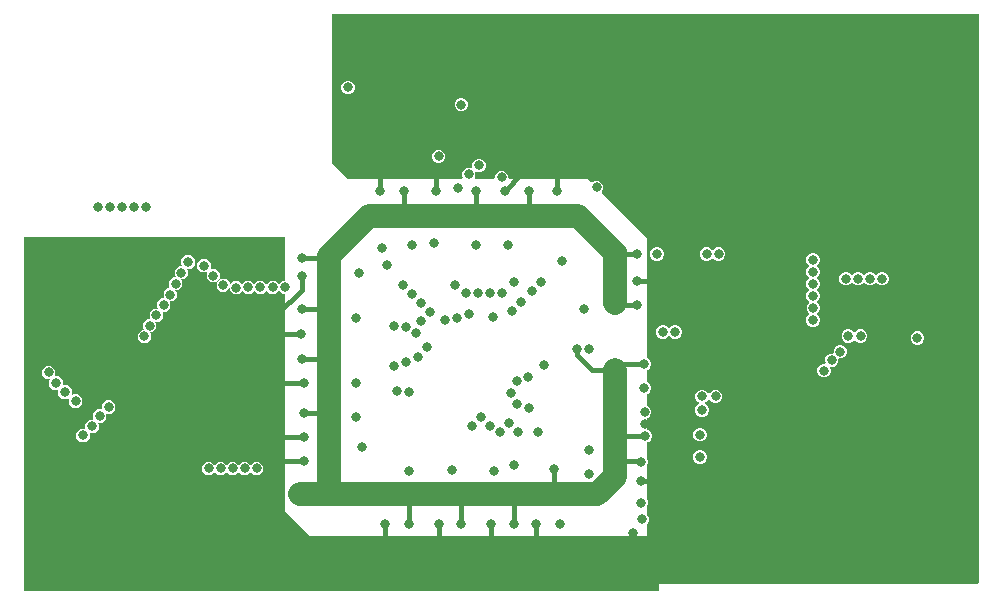
<source format=gbr>
G04 EAGLE Gerber RS-274X export*
G75*
%MOMM*%
%FSLAX34Y34*%
%LPD*%
%INCopper Layer 2*%
%IPPOS*%
%AMOC8*
5,1,8,0,0,1.08239X$1,22.5*%
G01*
%ADD10C,0.812800*%
%ADD11C,0.406400*%
%ADD12C,1.524000*%
%ADD13C,0.203200*%
%ADD14C,2.032000*%

G36*
X648686Y310644D02*
X648686Y310644D01*
X648688Y310643D01*
X649553Y310669D01*
X649573Y310662D01*
X649597Y310645D01*
X649609Y310648D01*
X649622Y310643D01*
X935990Y310643D01*
X935992Y310644D01*
X935994Y310643D01*
X936037Y310663D01*
X936081Y310681D01*
X936081Y310683D01*
X936083Y310684D01*
X936116Y310769D01*
X936116Y316485D01*
X1206350Y316485D01*
X1206408Y316493D01*
X1206466Y316491D01*
X1206548Y316513D01*
X1206632Y316525D01*
X1206685Y316549D01*
X1206741Y316563D01*
X1206814Y316606D01*
X1206891Y316641D01*
X1206936Y316679D01*
X1206986Y316709D01*
X1207044Y316770D01*
X1207108Y316825D01*
X1207140Y316873D01*
X1207180Y316916D01*
X1207219Y316991D01*
X1207266Y317061D01*
X1207283Y317117D01*
X1207310Y317169D01*
X1207321Y317237D01*
X1207351Y317332D01*
X1207354Y317432D01*
X1207365Y317500D01*
X1207365Y797942D01*
X1207357Y798000D01*
X1207359Y798058D01*
X1207337Y798140D01*
X1207325Y798224D01*
X1207302Y798277D01*
X1207287Y798333D01*
X1207244Y798406D01*
X1207209Y798483D01*
X1207171Y798528D01*
X1207142Y798578D01*
X1207080Y798636D01*
X1207026Y798700D01*
X1206977Y798732D01*
X1206934Y798772D01*
X1206859Y798811D01*
X1206789Y798858D01*
X1206733Y798875D01*
X1206681Y798902D01*
X1206613Y798913D01*
X1206518Y798943D01*
X1206418Y798946D01*
X1206350Y798957D01*
X660400Y798957D01*
X660342Y798949D01*
X660284Y798951D01*
X660202Y798929D01*
X660119Y798917D01*
X660065Y798894D01*
X660009Y798879D01*
X659936Y798836D01*
X659859Y798801D01*
X659814Y798763D01*
X659764Y798734D01*
X659706Y798672D01*
X659642Y798618D01*
X659610Y798569D01*
X659570Y798526D01*
X659531Y798451D01*
X659485Y798381D01*
X659467Y798325D01*
X659440Y798273D01*
X659429Y798205D01*
X659399Y798110D01*
X659396Y798010D01*
X659385Y797942D01*
X659385Y673100D01*
X659397Y673013D01*
X659400Y672926D01*
X659417Y672873D01*
X659425Y672819D01*
X659460Y672739D01*
X659487Y672655D01*
X659515Y672616D01*
X659541Y672559D01*
X659637Y672446D01*
X659682Y672382D01*
X672382Y659682D01*
X672452Y659630D01*
X672516Y659570D01*
X672565Y659544D01*
X672609Y659511D01*
X672691Y659480D01*
X672769Y659440D01*
X672817Y659432D01*
X672875Y659410D01*
X673023Y659398D01*
X673100Y659385D01*
X769004Y659385D01*
X769118Y659401D01*
X769232Y659411D01*
X769258Y659421D01*
X769286Y659425D01*
X769390Y659472D01*
X769497Y659513D01*
X769520Y659530D01*
X769545Y659541D01*
X769633Y659615D01*
X769724Y659684D01*
X769741Y659707D01*
X769762Y659725D01*
X769826Y659820D01*
X769894Y659912D01*
X769904Y659938D01*
X769920Y659961D01*
X769954Y660071D01*
X769995Y660178D01*
X769997Y660206D01*
X770005Y660232D01*
X770008Y660347D01*
X770017Y660461D01*
X770012Y660486D01*
X770013Y660516D01*
X769946Y660773D01*
X769942Y660789D01*
X769511Y661828D01*
X769511Y664052D01*
X770362Y666106D01*
X771934Y667678D01*
X773988Y668529D01*
X776212Y668529D01*
X777050Y668181D01*
X777079Y668174D01*
X777105Y668161D01*
X777216Y668139D01*
X777325Y668110D01*
X777355Y668111D01*
X777383Y668106D01*
X777496Y668115D01*
X777610Y668119D01*
X777637Y668128D01*
X777667Y668130D01*
X777773Y668171D01*
X777880Y668205D01*
X777905Y668222D01*
X777932Y668232D01*
X778022Y668301D01*
X778116Y668364D01*
X778135Y668386D01*
X778159Y668404D01*
X778227Y668494D01*
X778299Y668581D01*
X778311Y668608D01*
X778329Y668631D01*
X778369Y668737D01*
X778415Y668841D01*
X778419Y668870D01*
X778429Y668897D01*
X778438Y669010D01*
X778454Y669122D01*
X778450Y669152D01*
X778452Y669181D01*
X778434Y669257D01*
X778413Y669404D01*
X778401Y669430D01*
X778401Y671672D01*
X779252Y673726D01*
X780824Y675298D01*
X782878Y676149D01*
X785102Y676149D01*
X787156Y675298D01*
X788728Y673726D01*
X789579Y671672D01*
X789579Y669448D01*
X788728Y667394D01*
X787156Y665822D01*
X785102Y664971D01*
X782878Y664971D01*
X782040Y665319D01*
X782011Y665326D01*
X781985Y665339D01*
X781874Y665361D01*
X781765Y665390D01*
X781735Y665389D01*
X781707Y665394D01*
X781594Y665385D01*
X781480Y665381D01*
X781453Y665372D01*
X781423Y665370D01*
X781317Y665329D01*
X781210Y665295D01*
X781185Y665278D01*
X781158Y665268D01*
X781068Y665199D01*
X780974Y665136D01*
X780955Y665114D01*
X780931Y665096D01*
X780863Y665006D01*
X780791Y664919D01*
X780779Y664892D01*
X780761Y664869D01*
X780721Y664763D01*
X780675Y664659D01*
X780671Y664630D01*
X780661Y664603D01*
X780652Y664490D01*
X780636Y664378D01*
X780640Y664348D01*
X780638Y664319D01*
X780656Y664243D01*
X780677Y664096D01*
X780689Y664070D01*
X780689Y661828D01*
X780258Y660789D01*
X780229Y660677D01*
X780195Y660568D01*
X780194Y660540D01*
X780187Y660513D01*
X780190Y660399D01*
X780187Y660284D01*
X780194Y660257D01*
X780195Y660229D01*
X780230Y660120D01*
X780259Y660009D01*
X780273Y659985D01*
X780282Y659958D01*
X780346Y659863D01*
X780404Y659764D01*
X780425Y659745D01*
X780440Y659722D01*
X780528Y659648D01*
X780612Y659570D01*
X780637Y659557D01*
X780658Y659539D01*
X780763Y659493D01*
X780865Y659440D01*
X780890Y659436D01*
X780917Y659424D01*
X781181Y659387D01*
X781196Y659385D01*
X796436Y659385D01*
X796494Y659393D01*
X796552Y659391D01*
X796634Y659413D01*
X796718Y659425D01*
X796771Y659449D01*
X796827Y659463D01*
X796900Y659506D01*
X796977Y659541D01*
X797022Y659579D01*
X797072Y659609D01*
X797130Y659670D01*
X797194Y659725D01*
X797226Y659773D01*
X797266Y659816D01*
X797305Y659891D01*
X797352Y659961D01*
X797369Y660017D01*
X797396Y660069D01*
X797407Y660137D01*
X797437Y660232D01*
X797440Y660332D01*
X797451Y660400D01*
X797451Y661512D01*
X798302Y663566D01*
X799874Y665138D01*
X801928Y665989D01*
X804152Y665989D01*
X806206Y665138D01*
X807778Y663566D01*
X808629Y661512D01*
X808629Y660400D01*
X808637Y660342D01*
X808635Y660284D01*
X808657Y660202D01*
X808669Y660119D01*
X808692Y660065D01*
X808707Y660009D01*
X808750Y659936D01*
X808785Y659859D01*
X808823Y659814D01*
X808852Y659764D01*
X808914Y659706D01*
X808968Y659642D01*
X809017Y659610D01*
X809060Y659570D01*
X809135Y659531D01*
X809205Y659485D01*
X809261Y659467D01*
X809313Y659440D01*
X809381Y659429D01*
X809476Y659399D01*
X809576Y659396D01*
X809644Y659385D01*
X875879Y659385D01*
X878786Y656478D01*
X878833Y656443D01*
X878873Y656400D01*
X878946Y656358D01*
X879014Y656307D01*
X879068Y656286D01*
X879119Y656257D01*
X879201Y656236D01*
X879279Y656206D01*
X879337Y656201D01*
X879394Y656186D01*
X879479Y656189D01*
X879563Y656182D01*
X879620Y656194D01*
X879678Y656195D01*
X879759Y656221D01*
X879841Y656238D01*
X879893Y656265D01*
X879949Y656283D01*
X880005Y656323D01*
X880094Y656369D01*
X880166Y656438D01*
X880222Y656478D01*
X880500Y656756D01*
X882554Y657607D01*
X884778Y657607D01*
X886832Y656756D01*
X888404Y655184D01*
X889255Y653130D01*
X889255Y650906D01*
X888404Y648852D01*
X888126Y648574D01*
X888091Y648527D01*
X888048Y648487D01*
X888006Y648415D01*
X887955Y648347D01*
X887934Y648292D01*
X887905Y648242D01*
X887884Y648160D01*
X887854Y648081D01*
X887849Y648023D01*
X887834Y647966D01*
X887837Y647882D01*
X887830Y647798D01*
X887842Y647741D01*
X887843Y647682D01*
X887869Y647602D01*
X887886Y647519D01*
X887913Y647467D01*
X887931Y647412D01*
X887971Y647356D01*
X888017Y647267D01*
X888086Y647195D01*
X888126Y647138D01*
X926085Y609180D01*
X926085Y508298D01*
X926085Y508296D01*
X926085Y508294D01*
X926105Y508154D01*
X926125Y508016D01*
X926125Y508015D01*
X926125Y508013D01*
X926184Y507883D01*
X926241Y507757D01*
X926242Y507755D01*
X926243Y507754D01*
X926333Y507647D01*
X926425Y507540D01*
X926426Y507539D01*
X926427Y507538D01*
X926439Y507530D01*
X926661Y507382D01*
X926690Y507373D01*
X926712Y507360D01*
X927218Y507150D01*
X928790Y505578D01*
X929641Y503524D01*
X929641Y501300D01*
X928790Y499246D01*
X927218Y497674D01*
X926712Y497464D01*
X926710Y497464D01*
X926709Y497463D01*
X926592Y497394D01*
X926467Y497320D01*
X926466Y497319D01*
X926464Y497318D01*
X926369Y497216D01*
X926272Y497113D01*
X926271Y497112D01*
X926270Y497111D01*
X926205Y496985D01*
X926141Y496861D01*
X926141Y496859D01*
X926140Y496858D01*
X926138Y496843D01*
X926086Y496582D01*
X926089Y496551D01*
X926085Y496526D01*
X926085Y487978D01*
X926085Y487976D01*
X926085Y487974D01*
X926105Y487834D01*
X926125Y487696D01*
X926125Y487695D01*
X926125Y487693D01*
X926184Y487563D01*
X926241Y487437D01*
X926242Y487435D01*
X926243Y487434D01*
X926333Y487327D01*
X926425Y487220D01*
X926426Y487219D01*
X926427Y487218D01*
X926439Y487210D01*
X926661Y487062D01*
X926690Y487053D01*
X926712Y487040D01*
X927218Y486830D01*
X928790Y485258D01*
X929641Y483204D01*
X929641Y480980D01*
X928790Y478926D01*
X927218Y477354D01*
X926712Y477144D01*
X926710Y477144D01*
X926709Y477143D01*
X926592Y477074D01*
X926467Y477000D01*
X926466Y476999D01*
X926464Y476998D01*
X926369Y476896D01*
X926272Y476793D01*
X926271Y476792D01*
X926270Y476791D01*
X926205Y476665D01*
X926141Y476541D01*
X926141Y476539D01*
X926140Y476538D01*
X926138Y476523D01*
X926086Y476262D01*
X926089Y476231D01*
X926085Y476206D01*
X926085Y467763D01*
X926085Y467761D01*
X926085Y467760D01*
X926105Y467620D01*
X926125Y467481D01*
X926125Y467480D01*
X926125Y467478D01*
X926182Y467352D01*
X926241Y467222D01*
X926242Y467221D01*
X926243Y467219D01*
X926314Y467135D01*
X926322Y467121D01*
X926340Y467105D01*
X926425Y467005D01*
X926426Y467004D01*
X926427Y467003D01*
X926440Y466995D01*
X926500Y466955D01*
X926530Y466927D01*
X926582Y466900D01*
X926661Y466847D01*
X926690Y466838D01*
X926712Y466825D01*
X927472Y466510D01*
X929044Y464938D01*
X929895Y462884D01*
X929895Y460660D01*
X929044Y458606D01*
X927472Y457034D01*
X926712Y456719D01*
X926710Y456718D01*
X926709Y456718D01*
X926588Y456646D01*
X926467Y456575D01*
X926466Y456574D01*
X926464Y456573D01*
X926367Y456469D01*
X926272Y456368D01*
X926271Y456367D01*
X926270Y456365D01*
X926205Y456240D01*
X926141Y456115D01*
X926141Y456114D01*
X926140Y456112D01*
X926138Y456097D01*
X926086Y455836D01*
X926089Y455806D01*
X926085Y455781D01*
X926085Y447548D01*
X926085Y447546D01*
X926085Y447545D01*
X926106Y447397D01*
X926125Y447266D01*
X926125Y447265D01*
X926125Y447263D01*
X926182Y447138D01*
X926241Y447007D01*
X926242Y447006D01*
X926243Y447004D01*
X926334Y446897D01*
X926425Y446790D01*
X926426Y446789D01*
X926427Y446788D01*
X926440Y446780D01*
X926661Y446632D01*
X926690Y446623D01*
X926711Y446610D01*
X927726Y446190D01*
X929298Y444618D01*
X930149Y442564D01*
X930149Y440340D01*
X929298Y438286D01*
X927726Y436714D01*
X926711Y436294D01*
X926710Y436293D01*
X926709Y436293D01*
X926591Y436223D01*
X926467Y436149D01*
X926466Y436148D01*
X926464Y436148D01*
X926366Y436043D01*
X926271Y435943D01*
X926271Y435941D01*
X926270Y435940D01*
X926205Y435814D01*
X926141Y435690D01*
X926141Y435688D01*
X926140Y435687D01*
X926138Y435672D01*
X926086Y435411D01*
X926089Y435381D01*
X926085Y435356D01*
X926085Y423359D01*
X926097Y423273D01*
X926100Y423185D01*
X926117Y423133D01*
X926125Y423078D01*
X926160Y422998D01*
X926187Y422915D01*
X926197Y422901D01*
X927101Y420720D01*
X927101Y418496D01*
X926173Y416256D01*
X926170Y416246D01*
X926140Y416188D01*
X926132Y416140D01*
X926110Y416082D01*
X926098Y415934D01*
X926085Y415857D01*
X926085Y388815D01*
X926097Y388729D01*
X926100Y388641D01*
X926117Y388589D01*
X926125Y388534D01*
X926160Y388454D01*
X926187Y388371D01*
X926197Y388357D01*
X927101Y386176D01*
X927101Y383952D01*
X926173Y381712D01*
X926170Y381702D01*
X926140Y381644D01*
X926132Y381596D01*
X926110Y381538D01*
X926098Y381390D01*
X926085Y381313D01*
X926085Y375099D01*
X926097Y375013D01*
X926100Y374925D01*
X926117Y374873D01*
X926125Y374818D01*
X926160Y374738D01*
X926187Y374655D01*
X926215Y374616D01*
X926241Y374559D01*
X926337Y374445D01*
X926382Y374382D01*
X926758Y374006D01*
X927609Y371952D01*
X927609Y369728D01*
X926758Y367674D01*
X926382Y367298D01*
X926330Y367229D01*
X926270Y367165D01*
X926244Y367115D01*
X926211Y367071D01*
X926180Y366990D01*
X926140Y366912D01*
X926132Y366864D01*
X926110Y366806D01*
X926098Y366658D01*
X926085Y366581D01*
X926085Y356996D01*
X640894Y356996D01*
X619632Y378258D01*
X619632Y561752D01*
X619631Y561754D01*
X619632Y561756D01*
X619612Y561799D01*
X619594Y561842D01*
X619592Y561843D01*
X619591Y561845D01*
X619506Y561878D01*
X617815Y561878D01*
X614755Y564937D01*
X614753Y564938D01*
X614752Y564940D01*
X614708Y564956D01*
X614664Y564974D01*
X614662Y564973D01*
X614660Y564974D01*
X614577Y564937D01*
X611487Y561847D01*
X606857Y561847D01*
X604118Y564587D01*
X604116Y564587D01*
X604115Y564589D01*
X604070Y564606D01*
X604026Y564624D01*
X604025Y564623D01*
X604022Y564623D01*
X603939Y564587D01*
X601200Y561847D01*
X596570Y561847D01*
X593927Y564490D01*
X593925Y564491D01*
X593924Y564493D01*
X593880Y564509D01*
X593836Y564527D01*
X593834Y564526D01*
X593832Y564527D01*
X593749Y564490D01*
X590979Y561720D01*
X586349Y561720D01*
X583673Y564396D01*
X583671Y564397D01*
X583670Y564399D01*
X583626Y564415D01*
X583582Y564433D01*
X583580Y564432D01*
X583578Y564433D01*
X583495Y564396D01*
X580692Y561593D01*
X576062Y561593D01*
X572788Y564867D01*
X572788Y566466D01*
X572788Y566467D01*
X572788Y566468D01*
X572769Y566512D01*
X572750Y566557D01*
X572749Y566557D01*
X572748Y566558D01*
X572703Y566575D01*
X572658Y566592D01*
X572657Y566592D01*
X572656Y566592D01*
X572573Y566555D01*
X569643Y563625D01*
X565013Y563625D01*
X561739Y566899D01*
X561739Y571529D01*
X565013Y574803D01*
X569643Y574803D01*
X572917Y571529D01*
X572917Y569930D01*
X572917Y569929D01*
X572917Y569928D01*
X572936Y569884D01*
X572955Y569839D01*
X572956Y569839D01*
X572957Y569838D01*
X573002Y569821D01*
X573047Y569804D01*
X573048Y569804D01*
X573049Y569804D01*
X573132Y569841D01*
X576062Y572771D01*
X580692Y572771D01*
X583368Y570095D01*
X583370Y570094D01*
X583371Y570092D01*
X583415Y570076D01*
X583459Y570058D01*
X583461Y570059D01*
X583463Y570058D01*
X583546Y570095D01*
X586349Y572898D01*
X590979Y572898D01*
X593622Y570255D01*
X593624Y570254D01*
X593625Y570252D01*
X593669Y570236D01*
X593713Y570218D01*
X593715Y570219D01*
X593717Y570218D01*
X593800Y570255D01*
X596570Y573025D01*
X601200Y573025D01*
X603939Y570285D01*
X603941Y570285D01*
X603942Y570283D01*
X603987Y570266D01*
X604031Y570248D01*
X604033Y570249D01*
X604035Y570249D01*
X604118Y570285D01*
X606857Y573025D01*
X611487Y573025D01*
X614546Y569965D01*
X614548Y569965D01*
X614549Y569963D01*
X614594Y569946D01*
X614638Y569928D01*
X614640Y569929D01*
X614642Y569929D01*
X614725Y569965D01*
X617815Y573055D01*
X619506Y573055D01*
X619508Y573056D01*
X619510Y573055D01*
X619553Y573075D01*
X619597Y573094D01*
X619597Y573096D01*
X619599Y573097D01*
X619632Y573181D01*
X619632Y609600D01*
X619631Y609602D01*
X619632Y609604D01*
X619612Y609647D01*
X619594Y609691D01*
X619592Y609691D01*
X619591Y609693D01*
X619506Y609726D01*
X398780Y609726D01*
X398778Y609725D01*
X398776Y609726D01*
X398733Y609706D01*
X398689Y609688D01*
X398689Y609686D01*
X398687Y609685D01*
X398654Y609600D01*
X398654Y310769D01*
X398655Y310767D01*
X398654Y310765D01*
X398674Y310722D01*
X398692Y310678D01*
X398694Y310678D01*
X398695Y310676D01*
X398780Y310643D01*
X648684Y310643D01*
X648686Y310644D01*
G37*
%LPC*%
G36*
X498245Y520289D02*
X498245Y520289D01*
X494972Y523563D01*
X494972Y528193D01*
X498245Y531466D01*
X500421Y531466D01*
X500422Y531467D01*
X500423Y531467D01*
X500466Y531486D01*
X500511Y531505D01*
X500512Y531506D01*
X500513Y531506D01*
X500529Y531552D01*
X500547Y531597D01*
X500546Y531598D01*
X500547Y531599D01*
X500510Y531682D01*
X499485Y532707D01*
X499485Y537337D01*
X502759Y540610D01*
X505887Y540610D01*
X505888Y540611D01*
X505889Y540611D01*
X505932Y540630D01*
X505977Y540649D01*
X505978Y540650D01*
X505979Y540650D01*
X505995Y540696D01*
X506013Y540741D01*
X506012Y540742D01*
X506013Y540743D01*
X505976Y540826D01*
X505332Y541470D01*
X505332Y546100D01*
X508606Y549373D01*
X511802Y549373D01*
X511803Y549374D01*
X511804Y549374D01*
X511848Y549393D01*
X511893Y549412D01*
X511893Y549413D01*
X511894Y549413D01*
X511911Y549459D01*
X511928Y549504D01*
X511928Y549505D01*
X511928Y549506D01*
X511891Y549589D01*
X511374Y550106D01*
X511374Y554736D01*
X514648Y558009D01*
X517387Y558009D01*
X517388Y558010D01*
X517389Y558010D01*
X517433Y558029D01*
X517478Y558048D01*
X517478Y558049D01*
X517479Y558049D01*
X517496Y558095D01*
X517514Y558140D01*
X517513Y558141D01*
X517513Y558142D01*
X517477Y558225D01*
X516951Y558750D01*
X516951Y563380D01*
X520225Y566654D01*
X522583Y566654D01*
X522584Y566655D01*
X522585Y566654D01*
X522629Y566674D01*
X522674Y566693D01*
X522674Y566694D01*
X522675Y566694D01*
X522692Y566739D01*
X522709Y566784D01*
X522709Y566785D01*
X522709Y566786D01*
X522672Y566870D01*
X521501Y568041D01*
X521501Y572671D01*
X524775Y575944D01*
X527768Y575944D01*
X527769Y575945D01*
X527770Y575945D01*
X527814Y575964D01*
X527859Y575983D01*
X527859Y575984D01*
X527860Y575984D01*
X527877Y576030D01*
X527895Y576075D01*
X527894Y576076D01*
X527894Y576077D01*
X527858Y576160D01*
X526501Y577516D01*
X526501Y582146D01*
X529775Y585420D01*
X532895Y585420D01*
X532896Y585420D01*
X532897Y585420D01*
X532941Y585439D01*
X532986Y585458D01*
X532986Y585459D01*
X532987Y585460D01*
X533004Y585505D01*
X533022Y585550D01*
X533021Y585551D01*
X533021Y585552D01*
X532985Y585636D01*
X532073Y586547D01*
X532073Y591177D01*
X535347Y594451D01*
X539976Y594451D01*
X543250Y591177D01*
X543250Y586547D01*
X539976Y583274D01*
X536856Y583274D01*
X536855Y583273D01*
X536854Y583273D01*
X536810Y583254D01*
X536765Y583235D01*
X536765Y583234D01*
X536764Y583234D01*
X536747Y583188D01*
X536730Y583143D01*
X536730Y583142D01*
X536730Y583141D01*
X536767Y583058D01*
X537679Y582146D01*
X537679Y577516D01*
X534405Y574243D01*
X531412Y574243D01*
X531411Y574242D01*
X531410Y574242D01*
X531366Y574223D01*
X531321Y574204D01*
X531321Y574203D01*
X531320Y574203D01*
X531303Y574157D01*
X531285Y574112D01*
X531286Y574111D01*
X531286Y574110D01*
X531322Y574027D01*
X532679Y572671D01*
X532679Y568041D01*
X529405Y564767D01*
X527047Y564767D01*
X527046Y564767D01*
X527045Y564767D01*
X527001Y564748D01*
X526956Y564729D01*
X526956Y564728D01*
X526955Y564727D01*
X526938Y564682D01*
X526920Y564637D01*
X526921Y564636D01*
X526921Y564635D01*
X526957Y564551D01*
X528129Y563380D01*
X528129Y558750D01*
X524855Y555477D01*
X522116Y555477D01*
X522115Y555476D01*
X522114Y555477D01*
X522070Y555457D01*
X522025Y555438D01*
X522024Y555437D01*
X522023Y555437D01*
X522007Y555392D01*
X521989Y555346D01*
X521990Y555345D01*
X521989Y555344D01*
X522026Y555261D01*
X522552Y554736D01*
X522552Y550106D01*
X519278Y546832D01*
X516082Y546832D01*
X516081Y546832D01*
X516080Y546832D01*
X516036Y546813D01*
X515991Y546794D01*
X515991Y546793D01*
X515990Y546792D01*
X515973Y546747D01*
X515956Y546702D01*
X515956Y546701D01*
X515956Y546700D01*
X515993Y546616D01*
X516509Y546100D01*
X516509Y541470D01*
X513236Y538196D01*
X510108Y538196D01*
X510107Y538196D01*
X510106Y538196D01*
X510062Y538177D01*
X510017Y538158D01*
X510017Y538157D01*
X510016Y538156D01*
X509999Y538111D01*
X509982Y538066D01*
X509982Y538065D01*
X509982Y538064D01*
X510019Y537980D01*
X510662Y537337D01*
X510662Y532707D01*
X507389Y529433D01*
X505213Y529433D01*
X505212Y529433D01*
X505211Y529433D01*
X505168Y529414D01*
X505123Y529395D01*
X505122Y529394D01*
X505121Y529393D01*
X505105Y529348D01*
X505087Y529303D01*
X505088Y529302D01*
X505087Y529301D01*
X505124Y529217D01*
X506149Y528193D01*
X506149Y523563D01*
X502875Y520289D01*
X498245Y520289D01*
G37*
%LPD*%
%LPC*%
G36*
X1065688Y534161D02*
X1065688Y534161D01*
X1063634Y535012D01*
X1062062Y536584D01*
X1061211Y538638D01*
X1061211Y540862D01*
X1062062Y542916D01*
X1063385Y544239D01*
X1063421Y544286D01*
X1063463Y544326D01*
X1063506Y544399D01*
X1063556Y544466D01*
X1063577Y544521D01*
X1063607Y544571D01*
X1063627Y544653D01*
X1063658Y544732D01*
X1063662Y544790D01*
X1063677Y544847D01*
X1063674Y544931D01*
X1063681Y545015D01*
X1063670Y545073D01*
X1063668Y545131D01*
X1063642Y545211D01*
X1063625Y545294D01*
X1063598Y545346D01*
X1063580Y545402D01*
X1063540Y545458D01*
X1063494Y545546D01*
X1063425Y545619D01*
X1063385Y545675D01*
X1062316Y546744D01*
X1061465Y548798D01*
X1061465Y551022D01*
X1062316Y553076D01*
X1063385Y554145D01*
X1063421Y554192D01*
X1063463Y554232D01*
X1063506Y554305D01*
X1063556Y554372D01*
X1063577Y554427D01*
X1063607Y554477D01*
X1063628Y554559D01*
X1063658Y554638D01*
X1063662Y554696D01*
X1063677Y554753D01*
X1063674Y554837D01*
X1063681Y554921D01*
X1063670Y554979D01*
X1063668Y555037D01*
X1063642Y555117D01*
X1063625Y555200D01*
X1063598Y555252D01*
X1063580Y555308D01*
X1063540Y555364D01*
X1063494Y555452D01*
X1063426Y555525D01*
X1063385Y555581D01*
X1062062Y556904D01*
X1061211Y558958D01*
X1061211Y561182D01*
X1062062Y563236D01*
X1063258Y564432D01*
X1063294Y564479D01*
X1063336Y564519D01*
X1063379Y564592D01*
X1063429Y564659D01*
X1063450Y564714D01*
X1063480Y564764D01*
X1063501Y564846D01*
X1063531Y564925D01*
X1063535Y564983D01*
X1063550Y565040D01*
X1063547Y565124D01*
X1063554Y565208D01*
X1063543Y565266D01*
X1063541Y565324D01*
X1063515Y565404D01*
X1063498Y565487D01*
X1063471Y565539D01*
X1063453Y565595D01*
X1063413Y565651D01*
X1063367Y565739D01*
X1063299Y565812D01*
X1063258Y565868D01*
X1062062Y567064D01*
X1061211Y569118D01*
X1061211Y571342D01*
X1062062Y573396D01*
X1063258Y574592D01*
X1063294Y574639D01*
X1063336Y574679D01*
X1063379Y574752D01*
X1063429Y574819D01*
X1063450Y574874D01*
X1063480Y574924D01*
X1063501Y575006D01*
X1063531Y575085D01*
X1063535Y575143D01*
X1063550Y575200D01*
X1063547Y575284D01*
X1063554Y575368D01*
X1063543Y575426D01*
X1063541Y575484D01*
X1063515Y575564D01*
X1063498Y575647D01*
X1063471Y575699D01*
X1063453Y575755D01*
X1063413Y575811D01*
X1063367Y575899D01*
X1063299Y575972D01*
X1063258Y576028D01*
X1062062Y577224D01*
X1061211Y579278D01*
X1061211Y581502D01*
X1062062Y583556D01*
X1063258Y584752D01*
X1063294Y584799D01*
X1063336Y584839D01*
X1063379Y584912D01*
X1063429Y584979D01*
X1063450Y585034D01*
X1063480Y585084D01*
X1063501Y585166D01*
X1063531Y585245D01*
X1063535Y585303D01*
X1063550Y585360D01*
X1063547Y585444D01*
X1063554Y585528D01*
X1063543Y585586D01*
X1063541Y585644D01*
X1063515Y585724D01*
X1063498Y585807D01*
X1063471Y585859D01*
X1063453Y585915D01*
X1063413Y585971D01*
X1063367Y586059D01*
X1063299Y586132D01*
X1063258Y586188D01*
X1062062Y587384D01*
X1061211Y589438D01*
X1061211Y591662D01*
X1062062Y593716D01*
X1063634Y595288D01*
X1065688Y596139D01*
X1067912Y596139D01*
X1069966Y595288D01*
X1071538Y593716D01*
X1072389Y591662D01*
X1072389Y589438D01*
X1071538Y587384D01*
X1070342Y586188D01*
X1070306Y586141D01*
X1070264Y586101D01*
X1070221Y586028D01*
X1070171Y585961D01*
X1070150Y585906D01*
X1070120Y585856D01*
X1070100Y585774D01*
X1070069Y585695D01*
X1070065Y585637D01*
X1070050Y585580D01*
X1070053Y585496D01*
X1070046Y585412D01*
X1070057Y585354D01*
X1070059Y585296D01*
X1070085Y585216D01*
X1070102Y585133D01*
X1070129Y585081D01*
X1070147Y585025D01*
X1070187Y584969D01*
X1070233Y584881D01*
X1070302Y584808D01*
X1070342Y584752D01*
X1071538Y583556D01*
X1072389Y581502D01*
X1072389Y579278D01*
X1071538Y577224D01*
X1070342Y576028D01*
X1070306Y575981D01*
X1070264Y575941D01*
X1070221Y575868D01*
X1070171Y575801D01*
X1070150Y575746D01*
X1070120Y575696D01*
X1070100Y575614D01*
X1070069Y575535D01*
X1070065Y575477D01*
X1070050Y575420D01*
X1070053Y575336D01*
X1070046Y575252D01*
X1070057Y575194D01*
X1070059Y575136D01*
X1070085Y575056D01*
X1070102Y574973D01*
X1070129Y574921D01*
X1070147Y574865D01*
X1070187Y574809D01*
X1070233Y574721D01*
X1070302Y574648D01*
X1070342Y574592D01*
X1071538Y573396D01*
X1072389Y571342D01*
X1072389Y569118D01*
X1071538Y567064D01*
X1070342Y565868D01*
X1070306Y565821D01*
X1070264Y565781D01*
X1070221Y565708D01*
X1070171Y565641D01*
X1070150Y565586D01*
X1070120Y565536D01*
X1070100Y565454D01*
X1070069Y565375D01*
X1070065Y565317D01*
X1070050Y565260D01*
X1070053Y565176D01*
X1070046Y565092D01*
X1070057Y565034D01*
X1070059Y564976D01*
X1070085Y564896D01*
X1070102Y564813D01*
X1070129Y564761D01*
X1070147Y564705D01*
X1070187Y564649D01*
X1070233Y564561D01*
X1070302Y564488D01*
X1070342Y564432D01*
X1071538Y563236D01*
X1072389Y561182D01*
X1072389Y558958D01*
X1071538Y556904D01*
X1070469Y555835D01*
X1070433Y555788D01*
X1070391Y555748D01*
X1070348Y555675D01*
X1070298Y555608D01*
X1070277Y555553D01*
X1070247Y555503D01*
X1070227Y555421D01*
X1070196Y555342D01*
X1070192Y555284D01*
X1070177Y555227D01*
X1070180Y555143D01*
X1070173Y555059D01*
X1070184Y555001D01*
X1070186Y554943D01*
X1070212Y554863D01*
X1070229Y554780D01*
X1070256Y554728D01*
X1070274Y554672D01*
X1070314Y554616D01*
X1070360Y554528D01*
X1070429Y554455D01*
X1070437Y554443D01*
X1070443Y554433D01*
X1070447Y554429D01*
X1070469Y554399D01*
X1071792Y553076D01*
X1072643Y551022D01*
X1072643Y548798D01*
X1071792Y546744D01*
X1070469Y545421D01*
X1070433Y545374D01*
X1070391Y545334D01*
X1070348Y545261D01*
X1070298Y545194D01*
X1070277Y545139D01*
X1070247Y545089D01*
X1070226Y545007D01*
X1070196Y544928D01*
X1070192Y544870D01*
X1070177Y544813D01*
X1070180Y544729D01*
X1070173Y544645D01*
X1070184Y544587D01*
X1070186Y544529D01*
X1070212Y544449D01*
X1070229Y544366D01*
X1070256Y544314D01*
X1070274Y544258D01*
X1070314Y544202D01*
X1070360Y544114D01*
X1070428Y544041D01*
X1070469Y543985D01*
X1071538Y542916D01*
X1072389Y540862D01*
X1072389Y538638D01*
X1071538Y536584D01*
X1069966Y535012D01*
X1067912Y534161D01*
X1065688Y534161D01*
G37*
%LPD*%
%LPC*%
G36*
X552675Y408431D02*
X552675Y408431D01*
X549401Y411705D01*
X549401Y416335D01*
X552675Y419609D01*
X557305Y419609D01*
X559981Y416933D01*
X559983Y416932D01*
X559984Y416930D01*
X560028Y416914D01*
X560072Y416896D01*
X560074Y416897D01*
X560076Y416896D01*
X560159Y416933D01*
X562835Y419609D01*
X567465Y419609D01*
X570141Y416933D01*
X570143Y416932D01*
X570144Y416930D01*
X570188Y416914D01*
X570232Y416896D01*
X570234Y416897D01*
X570236Y416896D01*
X570319Y416933D01*
X572995Y419609D01*
X577625Y419609D01*
X580301Y416933D01*
X580303Y416932D01*
X580304Y416930D01*
X580348Y416914D01*
X580392Y416896D01*
X580394Y416897D01*
X580396Y416896D01*
X580479Y416933D01*
X583155Y419609D01*
X587785Y419609D01*
X590461Y416933D01*
X590463Y416932D01*
X590464Y416930D01*
X590508Y416914D01*
X590552Y416896D01*
X590554Y416897D01*
X590556Y416896D01*
X590639Y416933D01*
X593315Y419609D01*
X597945Y419609D01*
X601219Y416335D01*
X601219Y411705D01*
X597945Y408431D01*
X593315Y408431D01*
X590639Y411107D01*
X590637Y411108D01*
X590636Y411110D01*
X590592Y411126D01*
X590548Y411144D01*
X590546Y411143D01*
X590544Y411144D01*
X590461Y411107D01*
X587785Y408431D01*
X583155Y408431D01*
X580479Y411107D01*
X580477Y411108D01*
X580476Y411110D01*
X580432Y411126D01*
X580388Y411144D01*
X580386Y411143D01*
X580384Y411144D01*
X580301Y411107D01*
X577625Y408431D01*
X572995Y408431D01*
X570319Y411107D01*
X570317Y411108D01*
X570316Y411110D01*
X570272Y411126D01*
X570228Y411144D01*
X570226Y411143D01*
X570224Y411144D01*
X570141Y411107D01*
X567465Y408431D01*
X562835Y408431D01*
X560159Y411107D01*
X560157Y411108D01*
X560156Y411110D01*
X560112Y411126D01*
X560068Y411144D01*
X560066Y411143D01*
X560064Y411144D01*
X559981Y411107D01*
X557305Y408431D01*
X552675Y408431D01*
G37*
%LPD*%
%LPC*%
G36*
X446395Y436371D02*
X446395Y436371D01*
X443121Y439645D01*
X443121Y444275D01*
X446395Y447549D01*
X450615Y447549D01*
X450617Y447550D01*
X450619Y447549D01*
X450662Y447569D01*
X450706Y447587D01*
X450706Y447589D01*
X450708Y447590D01*
X450741Y447675D01*
X450741Y451895D01*
X454015Y455169D01*
X457773Y455169D01*
X457774Y455169D01*
X457775Y455169D01*
X457819Y455188D01*
X457864Y455207D01*
X457864Y455208D01*
X457865Y455209D01*
X457882Y455254D01*
X457899Y455299D01*
X457899Y455300D01*
X457899Y455301D01*
X457862Y455384D01*
X457091Y456155D01*
X457091Y460785D01*
X460365Y464059D01*
X464585Y464059D01*
X464587Y464060D01*
X464589Y464059D01*
X464632Y464079D01*
X464676Y464097D01*
X464676Y464099D01*
X464678Y464100D01*
X464711Y464185D01*
X464711Y468405D01*
X467985Y471679D01*
X472615Y471679D01*
X475889Y468405D01*
X475889Y463775D01*
X472615Y460501D01*
X468395Y460501D01*
X468393Y460500D01*
X468391Y460501D01*
X468348Y460481D01*
X468304Y460463D01*
X468304Y460461D01*
X468302Y460460D01*
X468269Y460375D01*
X468269Y456155D01*
X464995Y452881D01*
X461237Y452881D01*
X461236Y452881D01*
X461235Y452881D01*
X461191Y452862D01*
X461146Y452843D01*
X461146Y452842D01*
X461145Y452841D01*
X461128Y452796D01*
X461111Y452751D01*
X461111Y452750D01*
X461111Y452749D01*
X461148Y452666D01*
X461919Y451895D01*
X461919Y447265D01*
X458645Y443991D01*
X454425Y443991D01*
X454423Y443990D01*
X454421Y443991D01*
X454378Y443971D01*
X454334Y443953D01*
X454334Y443951D01*
X454332Y443950D01*
X454299Y443865D01*
X454299Y439645D01*
X451025Y436371D01*
X446395Y436371D01*
G37*
%LPD*%
%LPC*%
G36*
X1093628Y568959D02*
X1093628Y568959D01*
X1091574Y569810D01*
X1090002Y571382D01*
X1089151Y573436D01*
X1089151Y575660D01*
X1090002Y577714D01*
X1091574Y579286D01*
X1093628Y580137D01*
X1095852Y580137D01*
X1097906Y579286D01*
X1099102Y578090D01*
X1099149Y578054D01*
X1099189Y578012D01*
X1099262Y577969D01*
X1099329Y577919D01*
X1099384Y577898D01*
X1099434Y577868D01*
X1099516Y577847D01*
X1099595Y577817D01*
X1099653Y577813D01*
X1099710Y577798D01*
X1099794Y577801D01*
X1099878Y577794D01*
X1099936Y577805D01*
X1099994Y577807D01*
X1100074Y577833D01*
X1100157Y577850D01*
X1100209Y577877D01*
X1100265Y577895D01*
X1100321Y577935D01*
X1100409Y577981D01*
X1100482Y578049D01*
X1100538Y578090D01*
X1101734Y579286D01*
X1103788Y580137D01*
X1106012Y580137D01*
X1108066Y579286D01*
X1109135Y578217D01*
X1109182Y578181D01*
X1109222Y578139D01*
X1109295Y578096D01*
X1109362Y578046D01*
X1109417Y578025D01*
X1109467Y577995D01*
X1109549Y577974D01*
X1109628Y577944D01*
X1109686Y577940D01*
X1109743Y577925D01*
X1109827Y577928D01*
X1109911Y577921D01*
X1109969Y577932D01*
X1110027Y577934D01*
X1110107Y577960D01*
X1110190Y577977D01*
X1110242Y578004D01*
X1110298Y578022D01*
X1110354Y578062D01*
X1110442Y578108D01*
X1110515Y578176D01*
X1110571Y578217D01*
X1111894Y579540D01*
X1113948Y580391D01*
X1116172Y580391D01*
X1118226Y579540D01*
X1119549Y578217D01*
X1119596Y578181D01*
X1119636Y578139D01*
X1119709Y578096D01*
X1119776Y578046D01*
X1119831Y578025D01*
X1119881Y577995D01*
X1119963Y577974D01*
X1120042Y577944D01*
X1120100Y577940D01*
X1120157Y577925D01*
X1120241Y577928D01*
X1120325Y577921D01*
X1120383Y577932D01*
X1120441Y577934D01*
X1120521Y577960D01*
X1120604Y577977D01*
X1120656Y578004D01*
X1120712Y578022D01*
X1120768Y578062D01*
X1120856Y578108D01*
X1120929Y578176D01*
X1120985Y578217D01*
X1122054Y579286D01*
X1124108Y580137D01*
X1126332Y580137D01*
X1128386Y579286D01*
X1129958Y577714D01*
X1130809Y575660D01*
X1130809Y573436D01*
X1129958Y571382D01*
X1128386Y569810D01*
X1126332Y568959D01*
X1124108Y568959D01*
X1122054Y569810D01*
X1120731Y571133D01*
X1120684Y571169D01*
X1120644Y571211D01*
X1120571Y571254D01*
X1120504Y571304D01*
X1120449Y571325D01*
X1120399Y571355D01*
X1120317Y571375D01*
X1120238Y571406D01*
X1120180Y571410D01*
X1120123Y571425D01*
X1120039Y571422D01*
X1119955Y571429D01*
X1119897Y571418D01*
X1119839Y571416D01*
X1119759Y571390D01*
X1119676Y571373D01*
X1119624Y571346D01*
X1119568Y571328D01*
X1119512Y571288D01*
X1119424Y571242D01*
X1119351Y571173D01*
X1119295Y571133D01*
X1118226Y570064D01*
X1116172Y569213D01*
X1113948Y569213D01*
X1111894Y570064D01*
X1110825Y571133D01*
X1110778Y571169D01*
X1110738Y571211D01*
X1110665Y571254D01*
X1110598Y571304D01*
X1110543Y571325D01*
X1110493Y571355D01*
X1110411Y571375D01*
X1110332Y571406D01*
X1110274Y571410D01*
X1110217Y571425D01*
X1110133Y571422D01*
X1110049Y571429D01*
X1109991Y571418D01*
X1109933Y571416D01*
X1109853Y571390D01*
X1109770Y571373D01*
X1109718Y571346D01*
X1109662Y571328D01*
X1109606Y571288D01*
X1109518Y571242D01*
X1109445Y571173D01*
X1109389Y571133D01*
X1108066Y569810D01*
X1106012Y568959D01*
X1103788Y568959D01*
X1101734Y569810D01*
X1100538Y571006D01*
X1100491Y571042D01*
X1100451Y571084D01*
X1100378Y571127D01*
X1100311Y571177D01*
X1100256Y571198D01*
X1100206Y571228D01*
X1100124Y571248D01*
X1100045Y571279D01*
X1099987Y571283D01*
X1099930Y571298D01*
X1099846Y571295D01*
X1099762Y571302D01*
X1099704Y571291D01*
X1099646Y571289D01*
X1099566Y571263D01*
X1099483Y571246D01*
X1099431Y571219D01*
X1099375Y571201D01*
X1099319Y571161D01*
X1099231Y571115D01*
X1099158Y571046D01*
X1099102Y571006D01*
X1097906Y569810D01*
X1095852Y568959D01*
X1093628Y568959D01*
G37*
%LPD*%
%LPC*%
G36*
X431155Y473201D02*
X431155Y473201D01*
X427881Y476475D01*
X427881Y480695D01*
X427880Y480697D01*
X427881Y480699D01*
X427861Y480742D01*
X427843Y480786D01*
X427841Y480786D01*
X427840Y480788D01*
X427755Y480821D01*
X423535Y480821D01*
X420261Y484095D01*
X420261Y488725D01*
X421032Y489496D01*
X421033Y489497D01*
X421034Y489497D01*
X421051Y489542D01*
X421069Y489587D01*
X421069Y489588D01*
X421069Y489589D01*
X421048Y489634D01*
X421029Y489677D01*
X421028Y489677D01*
X421028Y489678D01*
X420943Y489711D01*
X417185Y489711D01*
X413911Y492985D01*
X413911Y497615D01*
X417185Y500889D01*
X421815Y500889D01*
X425089Y497615D01*
X425089Y492985D01*
X424318Y492214D01*
X424317Y492213D01*
X424316Y492213D01*
X424299Y492168D01*
X424281Y492123D01*
X424281Y492122D01*
X424281Y492121D01*
X424302Y492076D01*
X424321Y492033D01*
X424322Y492033D01*
X424322Y492032D01*
X424407Y491999D01*
X428165Y491999D01*
X431439Y488725D01*
X431439Y484505D01*
X431440Y484503D01*
X431439Y484501D01*
X431459Y484458D01*
X431477Y484414D01*
X431479Y484414D01*
X431480Y484412D01*
X431565Y484379D01*
X435785Y484379D01*
X439059Y481105D01*
X439059Y476475D01*
X435785Y473201D01*
X431155Y473201D01*
G37*
%LPD*%
%LPC*%
G36*
X971708Y457961D02*
X971708Y457961D01*
X969654Y458812D01*
X968082Y460384D01*
X967231Y462438D01*
X967231Y464662D01*
X968082Y466716D01*
X969654Y468288D01*
X969749Y468327D01*
X969774Y468342D01*
X969802Y468351D01*
X969896Y468414D01*
X969994Y468472D01*
X970014Y468493D01*
X970038Y468509D01*
X970111Y468596D01*
X970189Y468678D01*
X970202Y468704D01*
X970221Y468727D01*
X970267Y468830D01*
X970319Y468931D01*
X970325Y468960D01*
X970337Y468987D01*
X970352Y469099D01*
X970374Y469210D01*
X970371Y469239D01*
X970375Y469268D01*
X970359Y469381D01*
X970350Y469493D01*
X970339Y469520D01*
X970335Y469550D01*
X970288Y469653D01*
X970247Y469758D01*
X970230Y469782D01*
X970218Y469809D01*
X970144Y469895D01*
X970076Y469985D01*
X970052Y470003D01*
X970033Y470025D01*
X969967Y470067D01*
X969848Y470155D01*
X969790Y470177D01*
X969749Y470203D01*
X969654Y470242D01*
X968082Y471814D01*
X967231Y473868D01*
X967231Y476092D01*
X968082Y478146D01*
X969654Y479718D01*
X971708Y480569D01*
X973932Y480569D01*
X975986Y479718D01*
X977558Y478146D01*
X977597Y478051D01*
X977612Y478026D01*
X977621Y477998D01*
X977684Y477904D01*
X977741Y477806D01*
X977763Y477786D01*
X977779Y477762D01*
X977866Y477689D01*
X977948Y477611D01*
X977974Y477598D01*
X977997Y477579D01*
X978100Y477533D01*
X978201Y477481D01*
X978230Y477475D01*
X978257Y477463D01*
X978369Y477448D01*
X978480Y477426D01*
X978509Y477429D01*
X978538Y477425D01*
X978650Y477441D01*
X978763Y477450D01*
X978790Y477461D01*
X978819Y477465D01*
X978923Y477512D01*
X979028Y477552D01*
X979052Y477570D01*
X979079Y477582D01*
X979165Y477656D01*
X979255Y477724D01*
X979273Y477748D01*
X979295Y477767D01*
X979337Y477833D01*
X979425Y477952D01*
X979447Y478010D01*
X979473Y478051D01*
X979512Y478146D01*
X981084Y479718D01*
X983138Y480569D01*
X985362Y480569D01*
X987416Y479718D01*
X988988Y478146D01*
X989839Y476092D01*
X989839Y473868D01*
X988988Y471814D01*
X987416Y470242D01*
X985362Y469391D01*
X983138Y469391D01*
X981084Y470242D01*
X979512Y471814D01*
X979473Y471909D01*
X979458Y471934D01*
X979449Y471962D01*
X979386Y472056D01*
X979328Y472154D01*
X979307Y472174D01*
X979291Y472198D01*
X979204Y472271D01*
X979122Y472349D01*
X979096Y472362D01*
X979073Y472381D01*
X978970Y472427D01*
X978869Y472479D01*
X978840Y472485D01*
X978813Y472497D01*
X978701Y472512D01*
X978590Y472534D01*
X978561Y472531D01*
X978532Y472535D01*
X978419Y472519D01*
X978307Y472510D01*
X978280Y472499D01*
X978250Y472495D01*
X978147Y472448D01*
X978042Y472407D01*
X978018Y472390D01*
X977991Y472378D01*
X977905Y472304D01*
X977815Y472236D01*
X977797Y472212D01*
X977775Y472193D01*
X977733Y472127D01*
X977645Y472008D01*
X977623Y471950D01*
X977597Y471909D01*
X977558Y471814D01*
X975986Y470242D01*
X975891Y470203D01*
X975866Y470188D01*
X975838Y470179D01*
X975744Y470116D01*
X975646Y470059D01*
X975626Y470037D01*
X975602Y470021D01*
X975529Y469934D01*
X975451Y469852D01*
X975438Y469826D01*
X975419Y469803D01*
X975373Y469700D01*
X975321Y469599D01*
X975315Y469570D01*
X975303Y469543D01*
X975288Y469431D01*
X975266Y469320D01*
X975269Y469291D01*
X975265Y469262D01*
X975281Y469150D01*
X975290Y469037D01*
X975301Y469010D01*
X975305Y468981D01*
X975352Y468877D01*
X975392Y468772D01*
X975410Y468748D01*
X975422Y468721D01*
X975496Y468635D01*
X975564Y468545D01*
X975588Y468527D01*
X975607Y468505D01*
X975673Y468463D01*
X975792Y468375D01*
X975850Y468353D01*
X975891Y468327D01*
X975986Y468288D01*
X977558Y466716D01*
X978409Y464662D01*
X978409Y462438D01*
X977558Y460384D01*
X975986Y458812D01*
X973932Y457961D01*
X971708Y457961D01*
G37*
%LPD*%
%LPC*%
G36*
X1074943Y491284D02*
X1074943Y491284D01*
X1072889Y492135D01*
X1071317Y493707D01*
X1070466Y495761D01*
X1070466Y497984D01*
X1071317Y500038D01*
X1072889Y501610D01*
X1074943Y502461D01*
X1076450Y502461D01*
X1076564Y502477D01*
X1076678Y502487D01*
X1076704Y502497D01*
X1076732Y502501D01*
X1076836Y502548D01*
X1076944Y502589D01*
X1076966Y502606D01*
X1076991Y502617D01*
X1077079Y502692D01*
X1077170Y502761D01*
X1077187Y502783D01*
X1077208Y502801D01*
X1077272Y502897D01*
X1077340Y502989D01*
X1077350Y503014D01*
X1077366Y503038D01*
X1077400Y503147D01*
X1077441Y503255D01*
X1077443Y503282D01*
X1077451Y503309D01*
X1077454Y503424D01*
X1077463Y503538D01*
X1077458Y503562D01*
X1077459Y503593D01*
X1077392Y503849D01*
X1077388Y503865D01*
X1077104Y504551D01*
X1077104Y506775D01*
X1077955Y508829D01*
X1079527Y510401D01*
X1081581Y511252D01*
X1083168Y511252D01*
X1083225Y511260D01*
X1083284Y511258D01*
X1083365Y511280D01*
X1083449Y511292D01*
X1083502Y511315D01*
X1083559Y511330D01*
X1083631Y511373D01*
X1083708Y511408D01*
X1083753Y511446D01*
X1083803Y511475D01*
X1083861Y511537D01*
X1083925Y511591D01*
X1083958Y511640D01*
X1083998Y511683D01*
X1084036Y511758D01*
X1084083Y511828D01*
X1084101Y511884D01*
X1084127Y511936D01*
X1084139Y512004D01*
X1084169Y512099D01*
X1084171Y512199D01*
X1084183Y512267D01*
X1084183Y514108D01*
X1085034Y516162D01*
X1086606Y517734D01*
X1088660Y518585D01*
X1090883Y518585D01*
X1092937Y517734D01*
X1094509Y516162D01*
X1095360Y514108D01*
X1095360Y511884D01*
X1094509Y509830D01*
X1092937Y508258D01*
X1090883Y507407D01*
X1089296Y507407D01*
X1089239Y507399D01*
X1089180Y507401D01*
X1089099Y507379D01*
X1089015Y507367D01*
X1088962Y507344D01*
X1088905Y507329D01*
X1088833Y507286D01*
X1088756Y507251D01*
X1088711Y507213D01*
X1088661Y507184D01*
X1088603Y507122D01*
X1088539Y507068D01*
X1088506Y507019D01*
X1088466Y506976D01*
X1088428Y506901D01*
X1088381Y506831D01*
X1088363Y506775D01*
X1088337Y506723D01*
X1088325Y506655D01*
X1088295Y506560D01*
X1088293Y506460D01*
X1088281Y506392D01*
X1088281Y504551D01*
X1087430Y502497D01*
X1085858Y500925D01*
X1083804Y500074D01*
X1082297Y500074D01*
X1082184Y500058D01*
X1082069Y500048D01*
X1082043Y500038D01*
X1082016Y500034D01*
X1081911Y499987D01*
X1081804Y499946D01*
X1081782Y499930D01*
X1081756Y499918D01*
X1081669Y499844D01*
X1081577Y499775D01*
X1081561Y499752D01*
X1081539Y499735D01*
X1081476Y499639D01*
X1081407Y499547D01*
X1081397Y499521D01*
X1081382Y499498D01*
X1081347Y499388D01*
X1081307Y499281D01*
X1081304Y499253D01*
X1081296Y499227D01*
X1081293Y499112D01*
X1081284Y498998D01*
X1081290Y498973D01*
X1081289Y498943D01*
X1081356Y498686D01*
X1081359Y498670D01*
X1081644Y497984D01*
X1081644Y495761D01*
X1080793Y493707D01*
X1079221Y492135D01*
X1077167Y491284D01*
X1074943Y491284D01*
G37*
%LPD*%
%LPC*%
G36*
X556631Y571753D02*
X556631Y571753D01*
X553357Y575027D01*
X553357Y579657D01*
X553493Y579793D01*
X553493Y579794D01*
X553495Y579794D01*
X553512Y579840D01*
X553530Y579884D01*
X553530Y579885D01*
X553530Y579886D01*
X553510Y579930D01*
X553490Y579974D01*
X553489Y579974D01*
X553489Y579975D01*
X553404Y580008D01*
X548884Y580008D01*
X545610Y583282D01*
X545610Y587912D01*
X548884Y591186D01*
X553514Y591186D01*
X556788Y587912D01*
X556788Y583282D01*
X556652Y583146D01*
X556652Y583145D01*
X556650Y583145D01*
X556633Y583099D01*
X556615Y583055D01*
X556615Y583054D01*
X556615Y583053D01*
X556636Y583008D01*
X556655Y582965D01*
X556656Y582965D01*
X556656Y582964D01*
X556741Y582931D01*
X561261Y582931D01*
X564535Y579657D01*
X564535Y575027D01*
X561261Y571753D01*
X556631Y571753D01*
G37*
%LPD*%
%LPC*%
G36*
X1095406Y520615D02*
X1095406Y520615D01*
X1093352Y521466D01*
X1091780Y523038D01*
X1090929Y525092D01*
X1090929Y527316D01*
X1091780Y529370D01*
X1093352Y530942D01*
X1095406Y531793D01*
X1097630Y531793D01*
X1099684Y530942D01*
X1101134Y529492D01*
X1101181Y529456D01*
X1101221Y529414D01*
X1101294Y529371D01*
X1101361Y529321D01*
X1101416Y529300D01*
X1101466Y529270D01*
X1101548Y529250D01*
X1101627Y529219D01*
X1101685Y529215D01*
X1101742Y529200D01*
X1101826Y529203D01*
X1101910Y529196D01*
X1101968Y529207D01*
X1102026Y529209D01*
X1102106Y529235D01*
X1102189Y529252D01*
X1102241Y529279D01*
X1102297Y529297D01*
X1102353Y529337D01*
X1102441Y529383D01*
X1102514Y529452D01*
X1102570Y529492D01*
X1104020Y530942D01*
X1106074Y531793D01*
X1108298Y531793D01*
X1110352Y530942D01*
X1111924Y529370D01*
X1112775Y527316D01*
X1112775Y525092D01*
X1111924Y523038D01*
X1110352Y521466D01*
X1108298Y520615D01*
X1106074Y520615D01*
X1104020Y521466D01*
X1102570Y522916D01*
X1102523Y522952D01*
X1102483Y522994D01*
X1102410Y523037D01*
X1102343Y523087D01*
X1102288Y523108D01*
X1102238Y523138D01*
X1102156Y523159D01*
X1102077Y523189D01*
X1102019Y523193D01*
X1101962Y523208D01*
X1101878Y523205D01*
X1101794Y523212D01*
X1101736Y523201D01*
X1101678Y523199D01*
X1101598Y523173D01*
X1101515Y523156D01*
X1101463Y523129D01*
X1101407Y523111D01*
X1101351Y523071D01*
X1101263Y523025D01*
X1101190Y522957D01*
X1101134Y522916D01*
X1099684Y521466D01*
X1097630Y520615D01*
X1095406Y520615D01*
G37*
%LPD*%
%LPC*%
G36*
X975518Y590041D02*
X975518Y590041D01*
X973464Y590892D01*
X971892Y592464D01*
X971041Y594518D01*
X971041Y596742D01*
X971892Y598796D01*
X973464Y600368D01*
X975518Y601219D01*
X977742Y601219D01*
X979796Y600368D01*
X980992Y599172D01*
X981039Y599136D01*
X981079Y599094D01*
X981152Y599051D01*
X981219Y599001D01*
X981274Y598980D01*
X981324Y598950D01*
X981406Y598930D01*
X981485Y598899D01*
X981543Y598895D01*
X981600Y598880D01*
X981684Y598883D01*
X981768Y598876D01*
X981826Y598887D01*
X981884Y598889D01*
X981964Y598915D01*
X982047Y598932D01*
X982099Y598959D01*
X982155Y598977D01*
X982211Y599017D01*
X982299Y599063D01*
X982372Y599132D01*
X982428Y599172D01*
X983624Y600368D01*
X985678Y601219D01*
X987902Y601219D01*
X989956Y600368D01*
X991528Y598796D01*
X992379Y596742D01*
X992379Y594518D01*
X991528Y592464D01*
X989956Y590892D01*
X987902Y590041D01*
X985678Y590041D01*
X983624Y590892D01*
X982428Y592088D01*
X982381Y592124D01*
X982341Y592166D01*
X982268Y592209D01*
X982201Y592259D01*
X982146Y592280D01*
X982096Y592310D01*
X982014Y592331D01*
X981935Y592361D01*
X981877Y592365D01*
X981820Y592380D01*
X981736Y592377D01*
X981652Y592384D01*
X981594Y592373D01*
X981536Y592371D01*
X981456Y592345D01*
X981373Y592328D01*
X981321Y592301D01*
X981265Y592283D01*
X981209Y592243D01*
X981121Y592197D01*
X981048Y592129D01*
X980992Y592088D01*
X979796Y590892D01*
X977742Y590041D01*
X975518Y590041D01*
G37*
%LPD*%
%LPC*%
G36*
X938688Y524001D02*
X938688Y524001D01*
X936634Y524852D01*
X935062Y526424D01*
X934211Y528478D01*
X934211Y530702D01*
X935062Y532756D01*
X936634Y534328D01*
X938688Y535179D01*
X940912Y535179D01*
X942966Y534328D01*
X944162Y533132D01*
X944209Y533096D01*
X944249Y533054D01*
X944322Y533011D01*
X944389Y532961D01*
X944444Y532940D01*
X944494Y532910D01*
X944576Y532889D01*
X944655Y532859D01*
X944713Y532855D01*
X944770Y532840D01*
X944854Y532843D01*
X944938Y532836D01*
X944996Y532847D01*
X945054Y532849D01*
X945134Y532875D01*
X945217Y532892D01*
X945269Y532919D01*
X945325Y532937D01*
X945381Y532977D01*
X945469Y533023D01*
X945542Y533091D01*
X945598Y533132D01*
X946794Y534328D01*
X948848Y535179D01*
X951072Y535179D01*
X953126Y534328D01*
X954698Y532756D01*
X955549Y530702D01*
X955549Y528478D01*
X954698Y526424D01*
X953126Y524852D01*
X951072Y524001D01*
X948848Y524001D01*
X946794Y524852D01*
X945598Y526048D01*
X945551Y526084D01*
X945511Y526126D01*
X945438Y526169D01*
X945371Y526219D01*
X945316Y526240D01*
X945266Y526270D01*
X945184Y526290D01*
X945105Y526321D01*
X945047Y526325D01*
X944990Y526340D01*
X944906Y526337D01*
X944822Y526344D01*
X944764Y526333D01*
X944706Y526331D01*
X944626Y526305D01*
X944543Y526288D01*
X944491Y526261D01*
X944435Y526243D01*
X944379Y526203D01*
X944291Y526157D01*
X944218Y526088D01*
X944162Y526048D01*
X942966Y524852D01*
X940912Y524001D01*
X938688Y524001D01*
G37*
%LPD*%
%LPC*%
G36*
X440045Y465581D02*
X440045Y465581D01*
X436771Y468855D01*
X436771Y473485D01*
X440045Y476759D01*
X444675Y476759D01*
X447949Y473485D01*
X447949Y468855D01*
X444675Y465581D01*
X440045Y465581D01*
G37*
%LPD*%
%LPC*%
G36*
X671988Y731011D02*
X671988Y731011D01*
X669934Y731862D01*
X668362Y733434D01*
X667511Y735488D01*
X667511Y737712D01*
X668362Y739766D01*
X669934Y741338D01*
X671988Y742189D01*
X674212Y742189D01*
X676266Y741338D01*
X677838Y739766D01*
X678689Y737712D01*
X678689Y735488D01*
X677838Y733434D01*
X676266Y731862D01*
X674212Y731011D01*
X671988Y731011D01*
G37*
%LPD*%
%LPC*%
G36*
X767746Y716533D02*
X767746Y716533D01*
X765692Y717384D01*
X764120Y718956D01*
X763269Y721010D01*
X763269Y723234D01*
X764120Y725288D01*
X765692Y726860D01*
X767746Y727711D01*
X769970Y727711D01*
X772024Y726860D01*
X773596Y725288D01*
X774447Y723234D01*
X774447Y721010D01*
X773596Y718956D01*
X772024Y717384D01*
X769970Y716533D01*
X767746Y716533D01*
G37*
%LPD*%
%LPC*%
G36*
X748588Y672591D02*
X748588Y672591D01*
X746534Y673442D01*
X744962Y675014D01*
X744111Y677068D01*
X744111Y679292D01*
X744962Y681346D01*
X746534Y682918D01*
X748588Y683769D01*
X750812Y683769D01*
X752866Y682918D01*
X754438Y681346D01*
X755289Y679292D01*
X755289Y677068D01*
X754438Y675014D01*
X752866Y673442D01*
X750812Y672591D01*
X748588Y672591D01*
G37*
%LPD*%
%LPC*%
G36*
X933608Y590041D02*
X933608Y590041D01*
X931554Y590892D01*
X929982Y592464D01*
X929131Y594518D01*
X929131Y596742D01*
X929982Y598796D01*
X931554Y600368D01*
X933608Y601219D01*
X935832Y601219D01*
X937886Y600368D01*
X939458Y598796D01*
X940309Y596742D01*
X940309Y594518D01*
X939458Y592464D01*
X937886Y590892D01*
X935832Y590041D01*
X933608Y590041D01*
G37*
%LPD*%
%LPC*%
G36*
X1154080Y518921D02*
X1154080Y518921D01*
X1152026Y519772D01*
X1150454Y521344D01*
X1149603Y523398D01*
X1149603Y525622D01*
X1150454Y527676D01*
X1152026Y529248D01*
X1154080Y530099D01*
X1156304Y530099D01*
X1158358Y529248D01*
X1159930Y527676D01*
X1160781Y525622D01*
X1160781Y523398D01*
X1159930Y521344D01*
X1158358Y519772D01*
X1156304Y518921D01*
X1154080Y518921D01*
G37*
%LPD*%
%LPC*%
G36*
X969930Y436879D02*
X969930Y436879D01*
X967876Y437730D01*
X966304Y439302D01*
X965453Y441356D01*
X965453Y443580D01*
X966304Y445634D01*
X967876Y447206D01*
X969930Y448057D01*
X972154Y448057D01*
X974208Y447206D01*
X975780Y445634D01*
X976631Y443580D01*
X976631Y441356D01*
X975780Y439302D01*
X974208Y437730D01*
X972154Y436879D01*
X969930Y436879D01*
G37*
%LPD*%
%LPC*%
G36*
X969930Y418083D02*
X969930Y418083D01*
X967876Y418934D01*
X966304Y420506D01*
X965453Y422560D01*
X965453Y424784D01*
X966304Y426838D01*
X967876Y428410D01*
X969930Y429261D01*
X972154Y429261D01*
X974208Y428410D01*
X975780Y426838D01*
X976631Y424784D01*
X976631Y422560D01*
X975780Y420506D01*
X974208Y418934D01*
X972154Y418083D01*
X969930Y418083D01*
G37*
%LPD*%
D10*
X679850Y486410D03*
X679850Y457200D03*
X682390Y579120D03*
X679850Y541020D03*
X684930Y431800D03*
X724300Y411480D03*
X761130Y412750D03*
X796690Y411480D03*
X872890Y548640D03*
X726840Y603250D03*
X745890Y604520D03*
X781450Y603250D03*
X808120Y603250D03*
X972820Y474980D03*
X854475Y589922D03*
X976630Y595630D03*
X934720Y595630D03*
X984250Y474980D03*
X972820Y463550D03*
X986790Y595630D03*
X554990Y414020D03*
X575310Y414020D03*
X585470Y414020D03*
X595630Y414020D03*
X565150Y414020D03*
X461010Y635000D03*
X471170Y635000D03*
X481330Y635000D03*
X491490Y635000D03*
X501650Y635000D03*
X939800Y529590D03*
X949960Y529590D03*
X839216Y501904D03*
X877062Y514858D03*
X924052Y482092D03*
X924306Y461772D03*
X876808Y430022D03*
X877062Y409194D03*
X971042Y442468D03*
X971042Y423672D03*
X921512Y385064D03*
X813733Y416985D03*
X852170Y366776D03*
X883666Y652018D03*
X1125220Y574548D03*
X1115060Y574802D03*
X1104900Y574548D03*
X1094740Y574548D03*
X673100Y736600D03*
X768858Y722122D03*
X817010Y444500D03*
X1089772Y512996D03*
X809390Y452120D03*
X1082693Y505663D03*
X801770Y444500D03*
X1076055Y496873D03*
X763670Y568960D03*
X1066800Y590550D03*
X825900Y464820D03*
X1066800Y580390D03*
X815740Y468405D03*
X1066800Y570230D03*
X811070Y478057D03*
X1066800Y560070D03*
X815740Y487680D03*
X1067054Y549910D03*
X825500Y491490D03*
X1066800Y539750D03*
X792880Y449580D03*
X1096518Y526204D03*
X785260Y457200D03*
X1107186Y526204D03*
X777640Y449580D03*
X1155192Y524510D03*
X833520Y444500D03*
X922020Y370840D03*
X634130Y576580D03*
X633495Y527685D03*
X635400Y486410D03*
X635400Y440690D03*
X635400Y420370D03*
X703980Y367030D03*
X749700Y367030D03*
X794150Y367030D03*
X917340Y572770D03*
X700170Y648970D03*
X747160Y648970D03*
X805580Y648970D03*
X850030Y648970D03*
D11*
X794150Y367030D02*
X794150Y333375D01*
X635400Y420370D02*
X615715Y420370D01*
X615207Y440690D02*
X635400Y440690D01*
X635400Y486410D02*
X613429Y486410D01*
X612159Y527685D02*
X633495Y527685D01*
X634130Y565531D02*
X634130Y576580D01*
X634130Y565531D02*
X613048Y544449D01*
D12*
X615588Y356017D02*
X638865Y332740D01*
D10*
X533400Y379730D03*
X533400Y369570D03*
X533400Y359410D03*
D11*
X850030Y648970D02*
X850030Y662540D01*
X819550Y662940D02*
X805580Y648970D01*
X747160Y648970D02*
X747160Y662540D01*
X700170Y660400D02*
X700170Y648970D01*
X700170Y660400D02*
X700170Y662070D01*
X919880Y348380D02*
X919480Y347980D01*
X703980Y349650D02*
X703980Y367030D01*
X749700Y367030D02*
X749700Y347110D01*
X917340Y572770D02*
X935990Y572770D01*
D10*
X914400Y359410D03*
D11*
X914400Y347980D01*
D10*
X924560Y451612D03*
X939800Y408940D03*
X921512Y403098D03*
D11*
X931672Y403098D01*
X932688Y451612D02*
X924560Y451612D01*
D10*
X832250Y366778D03*
D11*
X832250Y348126D01*
D10*
X869569Y690499D03*
X1155954Y567690D03*
X1156208Y557530D03*
X1156208Y547370D03*
X1155954Y537210D03*
X408070Y584708D03*
X408178Y564388D03*
X408178Y554228D03*
X408040Y574548D03*
X673608Y791210D03*
X846836Y707898D03*
D13*
X700170Y660400D02*
X698500Y660400D01*
D10*
X782720Y562610D03*
X766210Y651510D03*
X792880Y562610D03*
X775100Y662940D03*
X803040Y562610D03*
X783990Y670560D03*
X772560Y562610D03*
X749700Y678180D03*
X813200Y571500D03*
X803040Y660400D03*
X634130Y591820D03*
X634130Y548640D03*
X634130Y506730D03*
X635400Y461010D03*
X724300Y367030D03*
X768750Y367030D03*
X813200Y367030D03*
X917340Y552450D03*
X917340Y595630D03*
X720490Y648970D03*
X781450Y648970D03*
X825900Y648970D03*
D14*
X771925Y392430D02*
X726205Y392430D01*
X771925Y392430D02*
X814470Y392430D01*
X656990Y593725D02*
X690645Y627380D01*
X656990Y593725D02*
X656990Y549910D01*
X656990Y504825D01*
X780180Y627380D02*
X826535Y627380D01*
X780180Y627380D02*
X720490Y627380D01*
X690645Y627380D01*
D11*
X813200Y391160D02*
X813200Y367030D01*
X813200Y391160D02*
X814470Y392430D01*
X768750Y389255D02*
X768750Y367030D01*
X768750Y389255D02*
X771925Y392430D01*
X724300Y390525D02*
X724300Y367030D01*
X724300Y390525D02*
X726205Y392430D01*
X726459Y392684D01*
X655085Y506730D02*
X634130Y506730D01*
X655085Y506730D02*
X656990Y504825D01*
X655720Y548640D02*
X634130Y548640D01*
X655720Y548640D02*
X656990Y549910D01*
X655085Y591820D02*
X634130Y591820D01*
X655085Y591820D02*
X656990Y593725D01*
X720490Y627380D02*
X720490Y648970D01*
X781450Y648970D02*
X781450Y628650D01*
X780180Y627380D01*
X825900Y628015D02*
X825900Y648970D01*
X825900Y628015D02*
X826535Y627380D01*
X899560Y595630D02*
X917340Y595630D01*
X899560Y595630D02*
X898925Y596265D01*
D14*
X656990Y504825D02*
X656990Y459740D01*
D11*
X655720Y461010D02*
X635400Y461010D01*
X655720Y461010D02*
X656990Y459740D01*
D12*
X656990Y398780D02*
X663086Y392684D01*
D14*
X680974Y392684D01*
X726459Y392684D01*
X663086Y392684D02*
X632714Y392684D01*
D10*
X632714Y392684D03*
X644144Y392684D03*
X656844Y392684D03*
X680974Y392684D03*
X669544Y392684D03*
D14*
X898925Y441198D02*
X898925Y497567D01*
X898925Y441198D02*
X898925Y420116D01*
X898925Y554501D02*
X898925Y596265D01*
D11*
X900976Y552450D02*
X917340Y552450D01*
X900976Y552450D02*
X898925Y554501D01*
D14*
X867810Y627380D02*
X826535Y627380D01*
X867810Y627380D02*
X899560Y595630D01*
X898925Y420116D02*
X898925Y407181D01*
X656990Y398780D02*
X656990Y459740D01*
D10*
X924052Y502412D03*
X866808Y514858D03*
X924560Y441452D03*
X921512Y419608D03*
X873760Y389128D03*
D11*
X866808Y510126D02*
X866808Y514858D01*
X879367Y497567D02*
X898925Y497567D01*
X879367Y497567D02*
X866808Y510126D01*
X903770Y502412D02*
X924052Y502412D01*
X903770Y502412D02*
X898925Y497567D01*
X898925Y441198D02*
X924306Y441198D01*
X924560Y441452D01*
X921004Y420116D02*
X898925Y420116D01*
X921004Y420116D02*
X921512Y419608D01*
D14*
X898925Y407181D02*
X884174Y392430D01*
X852170Y392430D02*
X814470Y392430D01*
X852170Y392430D02*
X884174Y392430D01*
D11*
X877062Y392430D02*
X873760Y389128D01*
X877062Y392430D02*
X884174Y392430D01*
D10*
X847090Y413766D03*
D11*
X847090Y397510D01*
X852170Y392430D01*
D10*
X775100Y544830D03*
X419500Y495300D03*
X795420Y542290D03*
X425850Y486410D03*
X714140Y479425D03*
X433470Y478790D03*
X724300Y478790D03*
X442360Y471170D03*
X836060Y571500D03*
X448710Y441960D03*
X828440Y563880D03*
X456330Y449580D03*
X819550Y554990D03*
X462680Y458470D03*
X811930Y547370D03*
X470300Y466090D03*
X742080Y546100D03*
X620130Y567467D03*
X734460Y553720D03*
X609172Y567436D03*
X726840Y561340D03*
X598885Y567436D03*
X719220Y568960D03*
X588664Y567309D03*
X578377Y567182D03*
X706266Y585888D03*
X567328Y569214D03*
X701440Y600710D03*
X558946Y577342D03*
X754780Y539750D03*
X764940Y541020D03*
X551199Y585597D03*
X711600Y500380D03*
X500560Y525878D03*
X721760Y504190D03*
X505074Y535022D03*
X731920Y508000D03*
X510921Y543785D03*
X739540Y516890D03*
X516963Y552421D03*
X730650Y528320D03*
X522540Y561065D03*
X721760Y533400D03*
X527090Y570356D03*
X711600Y534670D03*
X532090Y579831D03*
X734460Y538480D03*
X537662Y588862D03*
M02*

</source>
